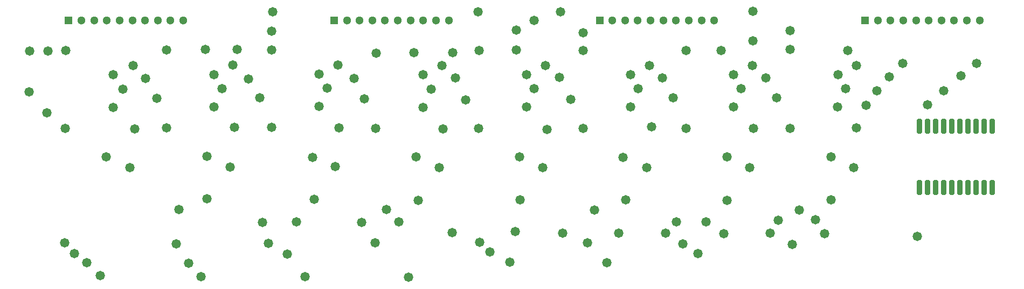
<source format=gbs>
G04*
G04 #@! TF.GenerationSoftware,Altium Limited,Altium Designer,25.2.1 (25)*
G04*
G04 Layer_Color=16711935*
%FSAX44Y44*%
%MOMM*%
G71*
G04*
G04 #@! TF.SameCoordinates,F3945BAA-94F4-4F02-825A-217E7DD4EA31*
G04*
G04*
G04 #@! TF.FilePolarity,Negative*
G04*
G01*
G75*
%ADD28C,1.3000*%
%ADD29R,1.3000X1.3000*%
%ADD30C,1.4732*%
G04:AMPARAMS|DCode=33|XSize=0.8532mm|YSize=2.3032mm|CornerRadius=0.1504mm|HoleSize=0mm|Usage=FLASHONLY|Rotation=180.000|XOffset=0mm|YOffset=0mm|HoleType=Round|Shape=RoundedRectangle|*
%AMROUNDEDRECTD33*
21,1,0.8532,2.0025,0,0,180.0*
21,1,0.5525,2.3032,0,0,180.0*
1,1,0.3007,-0.2763,1.0013*
1,1,0.3007,0.2763,1.0013*
1,1,0.3007,0.2763,-1.0013*
1,1,0.3007,-0.2763,-1.0013*
%
%ADD33ROUNDEDRECTD33*%
D28*
X01566250Y01407500D02*
D03*
X01546250D02*
D03*
X01526250D02*
D03*
X01506250D02*
D03*
X01486250D02*
D03*
X01466250D02*
D03*
X01446250D02*
D03*
X01426250D02*
D03*
X01406250D02*
D03*
X00572251Y01407500D02*
D03*
X00592250D02*
D03*
X00612250D02*
D03*
X00632250D02*
D03*
X00652250D02*
D03*
X00672250D02*
D03*
X00692250D02*
D03*
X00712250D02*
D03*
X00732250D02*
D03*
X00989250D02*
D03*
X01009250D02*
D03*
X01029250D02*
D03*
X01049250D02*
D03*
X01069250D02*
D03*
X01089250D02*
D03*
X01109251D02*
D03*
X01129251D02*
D03*
X01149251D02*
D03*
X01983250Y01407500D02*
D03*
X01963250D02*
D03*
X01943250D02*
D03*
X01923250D02*
D03*
X01903250D02*
D03*
X01883250D02*
D03*
X01863250D02*
D03*
X01843250D02*
D03*
X01823250D02*
D03*
D29*
X01386250D02*
D03*
X00552250Y01407500D02*
D03*
X00969250D02*
D03*
X01803250Y01407500D02*
D03*
D30*
X01885750Y01067500D02*
D03*
X01978250Y01339750D02*
D03*
X01953750Y01320000D02*
D03*
X01926500Y01297000D02*
D03*
X01901250Y01274750D02*
D03*
X00520000Y01359750D02*
D03*
X00518250Y01261750D02*
D03*
X00672750Y01316500D02*
D03*
X00834250Y01315000D02*
D03*
X01000500Y01316500D02*
D03*
X01685750Y01391750D02*
D03*
X01685250Y01361500D02*
D03*
X01627250Y01375500D02*
D03*
X01577067Y01360433D02*
D03*
X00653750Y01336500D02*
D03*
X00656000Y01237000D02*
D03*
X01325000Y01421500D02*
D03*
X01360000Y01388250D02*
D03*
X01283000Y01408000D02*
D03*
X01255000Y01392500D02*
D03*
Y01361250D02*
D03*
X01155750Y01357000D02*
D03*
X01094500D02*
D03*
X01035250Y01355750D02*
D03*
X00871340Y01390410D02*
D03*
X00817000Y01361750D02*
D03*
X00706340Y01360933D02*
D03*
X00767250Y01361500D02*
D03*
X01626750Y01422000D02*
D03*
X01195500Y01420750D02*
D03*
X00872500Y01421000D02*
D03*
X00491000Y01359500D02*
D03*
X00548000Y01360250D02*
D03*
X00490000Y01295250D02*
D03*
X01776500Y01360500D02*
D03*
X01862500Y01340250D02*
D03*
X01841000Y01319000D02*
D03*
X01822000Y01297000D02*
D03*
X01804500Y01274000D02*
D03*
X01789500Y01238000D02*
D03*
X01760590Y01321933D02*
D03*
X01485250Y01316750D02*
D03*
X01360340Y01360433D02*
D03*
X01647500Y01317250D02*
D03*
X01664750Y01285500D02*
D03*
X01501750D02*
D03*
X01340750Y01283250D02*
D03*
X01323250Y01317500D02*
D03*
X01176000Y01282000D02*
D03*
X01159750Y01317250D02*
D03*
X01016625Y01283875D02*
D03*
X00852000Y01285750D02*
D03*
X01628000Y01237500D02*
D03*
X01467750Y01240000D02*
D03*
X01303750Y01235750D02*
D03*
X01140000Y01236500D02*
D03*
X00976750Y01238250D02*
D03*
X00812500Y01239000D02*
D03*
X01667000Y01092250D02*
D03*
X01740000Y01071250D02*
D03*
X01725000Y01093250D02*
D03*
X01688500Y01054250D02*
D03*
X01700000Y01108750D02*
D03*
X01749590Y01192683D02*
D03*
X01749750Y01124750D02*
D03*
X00602000Y01005250D02*
D03*
X00580250Y01026000D02*
D03*
X00725250Y01109500D02*
D03*
X00866000Y01056000D02*
D03*
X01214250Y01042750D02*
D03*
X01198000Y01057750D02*
D03*
X01154750Y01073000D02*
D03*
X01245000Y01026500D02*
D03*
X01398000Y01025750D02*
D03*
X01427500Y01124750D02*
D03*
X01367000Y01057000D02*
D03*
X01506500Y01090250D02*
D03*
X01553500D02*
D03*
X01653795Y01071955D02*
D03*
X01489795Y01072455D02*
D03*
X01328045D02*
D03*
X01261500Y01124500D02*
D03*
X01253500Y01074750D02*
D03*
X01586250Y01124250D02*
D03*
X01586090Y01192183D02*
D03*
X01422840Y01191683D02*
D03*
X01260590Y01192433D02*
D03*
X01086250Y01002500D02*
D03*
X01012500Y01089250D02*
D03*
X00923500Y01004000D02*
D03*
X00910000Y01090250D02*
D03*
X00935500Y01191750D02*
D03*
X00856250Y01089250D02*
D03*
X00740750Y01024750D02*
D03*
X00759750Y01004000D02*
D03*
X00721250Y01055500D02*
D03*
X00769750Y01126250D02*
D03*
X01760340Y01270933D02*
D03*
X01790000Y01336750D02*
D03*
X01772591Y01299683D02*
D03*
X01785750Y01176000D02*
D03*
X01685750Y01237750D02*
D03*
X01596590Y01270933D02*
D03*
X01596840Y01321933D02*
D03*
X01522340Y01360433D02*
D03*
X01626250Y01336750D02*
D03*
X01608841Y01299683D02*
D03*
X01622000Y01176000D02*
D03*
X01522000Y01237750D02*
D03*
X01434590Y01270933D02*
D03*
X01434840Y01321933D02*
D03*
X01464250Y01336750D02*
D03*
X01446841Y01299683D02*
D03*
X01460000Y01176000D02*
D03*
X01360000Y01237750D02*
D03*
X01271090Y01270933D02*
D03*
X01271340Y01321933D02*
D03*
X01196840Y01360433D02*
D03*
X01300750Y01336750D02*
D03*
X01283341Y01299683D02*
D03*
X01296500Y01176000D02*
D03*
X01196500Y01237750D02*
D03*
X01098090Y01192433D02*
D03*
X01109090Y01270683D02*
D03*
X01109340Y01321683D02*
D03*
X01138750Y01336500D02*
D03*
X01121341Y01299433D02*
D03*
X01134500Y01175750D02*
D03*
X01034500Y01237500D02*
D03*
X00945590Y01271933D02*
D03*
X00945840Y01322933D02*
D03*
X00871340Y01361433D02*
D03*
X00975250Y01337750D02*
D03*
X00957841Y01300683D02*
D03*
X00971000Y01177000D02*
D03*
X00871000Y01238750D02*
D03*
X00706000Y01238250D02*
D03*
X00806000Y01176500D02*
D03*
X00792841Y01300183D02*
D03*
X00810250Y01337250D02*
D03*
X00780840Y01322433D02*
D03*
X00690840Y01284683D02*
D03*
X00780590Y01271433D02*
D03*
X00769590Y01193183D02*
D03*
X00622500Y01321750D02*
D03*
X00637250Y01299500D02*
D03*
X00648000Y01176000D02*
D03*
X00547150Y01237100D02*
D03*
X00622250Y01270750D02*
D03*
X00611250Y01192500D02*
D03*
X00545500Y01057000D02*
D03*
X01540750Y01040250D02*
D03*
X01581500Y01071500D02*
D03*
X01517000Y01055000D02*
D03*
X01416000Y01072000D02*
D03*
X01378000Y01109000D02*
D03*
X01070750Y01090250D02*
D03*
X01051000Y01110000D02*
D03*
X01101000Y01124000D02*
D03*
X01033750Y01056750D02*
D03*
X00937500Y01125500D02*
D03*
X00895750Y01039250D02*
D03*
X00560750Y01040000D02*
D03*
D33*
X02003400Y01144000D02*
D03*
X01990700D02*
D03*
X01978000D02*
D03*
X01965300D02*
D03*
X01952600D02*
D03*
X01939900D02*
D03*
X01927200D02*
D03*
X01914500D02*
D03*
X01901800D02*
D03*
X01889100D02*
D03*
X02003400Y01241000D02*
D03*
X01990700D02*
D03*
X01978000D02*
D03*
X01965300D02*
D03*
X01952600D02*
D03*
X01939900D02*
D03*
X01927200D02*
D03*
X01914500D02*
D03*
X01901800D02*
D03*
X01889100D02*
D03*
M02*

</source>
